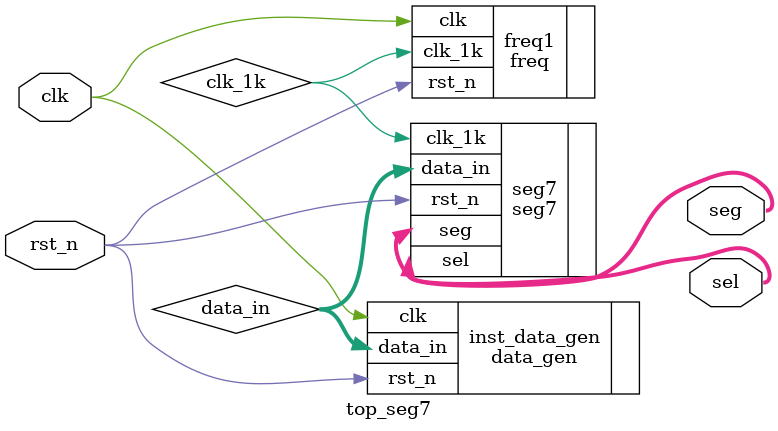
<source format=v>
module top_seg7 (clk,rst_n,seg,sel);

	input clk;   //50MHz
	input rst_n;  //  low 

	output [7:0] seg;
	output [2:0] sel;



	wire clk_1k;    // Clock
	// wire clk_1;    // Clock
	wire [23:0] data_in;
	freq freq1(
		.clk(clk),
		.rst_n(rst_n),
		.clk_1k(clk_1k)
		);
//  
	// freq #(.counter_num(24'd24999999 + 24'd24999999))
	// freq #(.counter_num(24'd249999 ))
	// freq2 (
	// 	.clk(clk),
	// 	.rst_n(rst_n),
	// 	.clk_1k(clk_1)
	// 	);


	data_gen inst_data_gen (
		.clk(clk), 
		.rst_n(rst_n),
		.data_in(data_in));

	// data_gen  data_gen(
	// 	.clk_1(clk_1),
	// 	.rst_n(rst_n),
	// 	.data_in(data_in)
	// 	);



	seg7 seg7(
		.clk_1k(clk_1k),
		.rst_n(rst_n),
		.data_in(data_in),
		.seg(seg),
		.sel(sel)
		);

endmodule
</source>
